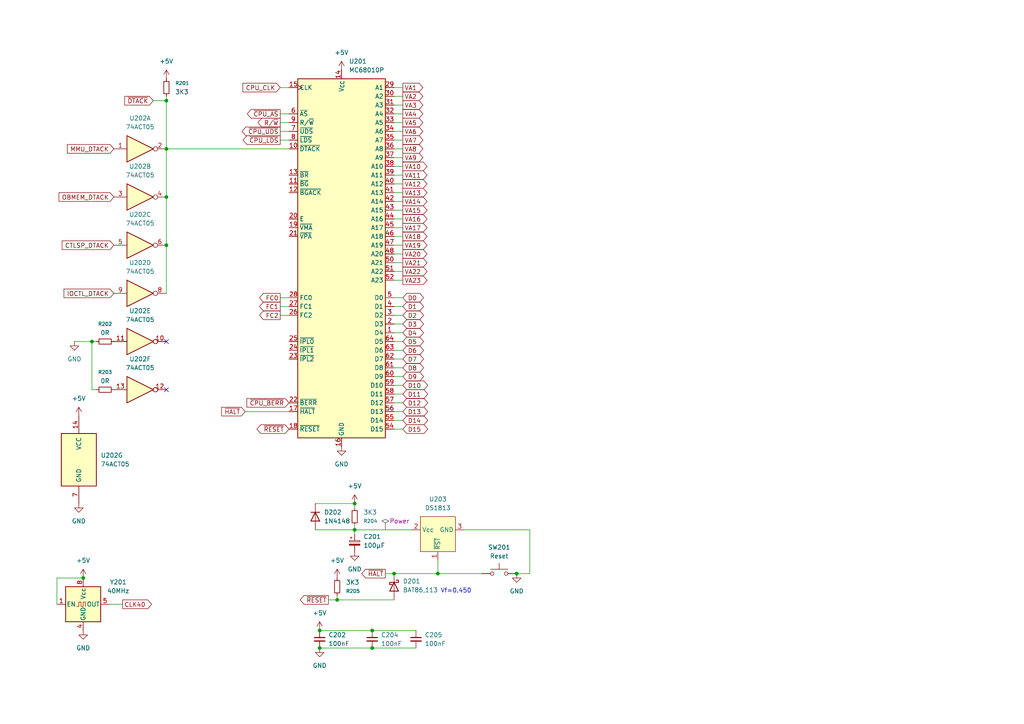
<source format=kicad_sch>
(kicad_sch (version 20250114) (generator "eeschema") (generator_version "9.0")
  (paper "A4")
  (lib_symbols
    (symbol "74xx:74LS05" (pin_names (offset 1.016))
      (property "Reference" "U" (at 0 1.27 0))
      (property "Value" "74LS05" (at 0 -1.27 0))
      (symbol "74LS05_1_0"
        (polyline (pts (xy -3.81 3.81) (xy -3.81 -3.81) (xy 3.81 0) (xy -3.81 3.81)) (stroke (width 0.254)) (fill (type background)))
        (pin input line (at -7.62 0 0) (length 3.81) (name "~") (number "1"))
        (pin open_collector inverted (at 7.62 0 180) (length 3.81) (name "~") (number "2"))
      )
      (symbol "74LS05_2_0"
        (polyline (pts (xy -3.81 3.81) (xy -3.81 -3.81) (xy 3.81 0) (xy -3.81 3.81)) (stroke (width 0.254)) (fill (type background)))
        (pin input line (at -7.62 0 0) (length 3.81) (name "~") (number "3"))
        (pin open_collector inverted (at 7.62 0 180) (length 3.81) (name "~") (number "4"))
      )
      (symbol "74LS05_3_0"
        (polyline (pts (xy -3.81 3.81) (xy -3.81 -3.81) (xy 3.81 0) (xy -3.81 3.81)) (stroke (width 0.254)) (fill (type background)))
        (pin input line (at -7.62 0 0) (length 3.81) (name "~") (number "5"))
        (pin open_collector inverted (at 7.62 0 180) (length 3.81) (name "~") (number "6"))
      )
      (symbol "74LS05_4_0"
        (polyline (pts (xy -3.81 3.81) (xy -3.81 -3.81) (xy 3.81 0) (xy -3.81 3.81)) (stroke (width 0.254)) (fill (type background)))
        (pin input line (at -7.62 0 0) (length 3.81) (name "~") (number "9"))
        (pin open_collector inverted (at 7.62 0 180) (length 3.81) (name "~") (number "8"))
      )
      (symbol "74LS05_5_0"
        (polyline (pts (xy -3.81 3.81) (xy -3.81 -3.81) (xy 3.81 0) (xy -3.81 3.81)) (stroke (width 0.254)) (fill (type background)))
        (pin input line (at -7.62 0 0) (length 3.81) (name "~") (number "11"))
        (pin open_collector inverted (at 7.62 0 180) (length 3.81) (name "~") (number "10"))
      )
      (symbol "74LS05_6_0"
        (polyline (pts (xy -3.81 3.81) (xy -3.81 -3.81) (xy 3.81 0) (xy -3.81 3.81)) (stroke (width 0.254)) (fill (type background)))
        (pin input line (at -7.62 0 0) (length 3.81) (name "~") (number "13"))
        (pin open_collector inverted (at 7.62 0 180) (length 3.81) (name "~") (number "12"))
      )
      (symbol "74LS05_7_0"
        (pin power_in line (at 0 12.7 270) (length 5.08) (name "VCC") (number "14"))
        (pin power_in line (at 0 -12.7 90) (length 5.08) (name "GND") (number "7"))
      )
      (symbol "74LS05_7_1"
        (rectangle (start -5.08 7.62) (end 5.08 -7.62) (stroke (width 0.254)) (fill (type background)))
      )
    )
    (symbol "CPU_NXP_68000:MC68010P"
      (property "Reference" "U" (at 0 2.54 0))
      (property "Value" "MC68010P" (at 0 -3.81 0))
      (symbol "MC68010P_0_1"
        (rectangle (start -12.7 53.34) (end 12.7 -50.8) (stroke (width 0.254)) (fill (type background)))
      )
      (symbol "MC68010P_1_1"
        (pin input clock (at -15.24 50.8 0) (length 2.54) (name "CLK") (number "15"))
        (pin tri_state line (at -15.24 43.18 0) (length 2.54) (name "~{AS}") (number "6"))
        (pin tri_state line (at -15.24 40.64 0) (length 2.54) (name "R/~{W}") (number "9"))
        (pin tri_state line (at -15.24 38.1 0) (length 2.54) (name "~{UDS}") (number "7"))
        (pin tri_state line (at -15.24 35.56 0) (length 2.54) (name "~{LDS}") (number "8"))
        (pin input line (at -15.24 33.02 0) (length 2.54) (name "~{DTACK}") (number "10"))
        (pin input line (at -15.24 25.4 0) (length 2.54) (name "~{BR}") (number "13"))
        (pin output line (at -15.24 22.86 0) (length 2.54) (name "~{BG}") (number "11"))
        (pin input line (at -15.24 20.32 0) (length 2.54) (name "~{BGACK}") (number "12"))
        (pin output line (at -15.24 12.7 0) (length 2.54) (name "E") (number "20"))
        (pin tri_state line (at -15.24 10.16 0) (length 2.54) (name "~{VMA}") (number "19"))
        (pin input line (at -15.24 7.62 0) (length 2.54) (name "~{VPA}") (number "21"))
        (pin tri_state line (at -15.24 -10.16 0) (length 2.54) (name "FC0") (number "28"))
        (pin tri_state line (at -15.24 -12.7 0) (length 2.54) (name "FC1") (number "27"))
        (pin tri_state line (at -15.24 -15.24 0) (length 2.54) (name "FC2") (number "26"))
        (pin input line (at -15.24 -22.86 0) (length 2.54) (name "~{IPL0}") (number "25"))
        (pin input line (at -15.24 -25.4 0) (length 2.54) (name "~{IPL1}") (number "24"))
        (pin input line (at -15.24 -27.94 0) (length 2.54) (name "~{IPL2}") (number "23"))
        (pin input line (at -15.24 -40.64 0) (length 2.54) (name "~{BERR}") (number "22"))
        (pin bidirectional line (at -15.24 -43.18 0) (length 2.54) (name "~{HALT}") (number "17"))
        (pin bidirectional line (at -15.24 -48.26 0) (length 2.54) (name "~{RESET}") (number "18"))
        (pin power_in line (at 0 55.88 270) (length 2.54) (name "V_{CC}") (number "14"))
        (pin passive line (at 0 55.88 270) (length 2.54) (hide yes) (name "V_{CC}") (number "49"))
        (pin power_in line (at 0 -53.34 90) (length 2.54) (name "GND") (number "16"))
        (pin passive line (at 0 -53.34 90) (length 2.54) (hide yes) (name "GND") (number "53"))
        (pin tri_state line (at 15.24 50.8 180) (length 2.54) (name "A1") (number "29"))
        (pin tri_state line (at 15.24 48.26 180) (length 2.54) (name "A2") (number "30"))
        (pin tri_state line (at 15.24 45.72 180) (length 2.54) (name "A3") (number "31"))
        (pin tri_state line (at 15.24 43.18 180) (length 2.54) (name "A4") (number "32"))
        (pin tri_state line (at 15.24 40.64 180) (length 2.54) (name "A5") (number "33"))
        (pin tri_state line (at 15.24 38.1 180) (length 2.54) (name "A6") (number "34"))
        (pin tri_state line (at 15.24 35.56 180) (length 2.54) (name "A7") (number "35"))
        (pin tri_state line (at 15.24 33.02 180) (length 2.54) (name "A8") (number "36"))
        (pin tri_state line (at 15.24 30.48 180) (length 2.54) (name "A9") (number "37"))
        (pin tri_state line (at 15.24 27.94 180) (length 2.54) (name "A10") (number "38"))
        (pin tri_state line (at 15.24 25.4 180) (length 2.54) (name "A11") (number "39"))
        (pin tri_state line (at 15.24 22.86 180) (length 2.54) (name "A12") (number "40"))
        (pin tri_state line (at 15.24 20.32 180) (length 2.54) (name "A13") (number "41"))
        (pin tri_state line (at 15.24 17.78 180) (length 2.54) (name "A14") (number "42"))
        (pin tri_state line (at 15.24 15.24 180) (length 2.54) (name "A15") (number "43"))
        (pin tri_state line (at 15.24 12.7 180) (length 2.54) (name "A16") (number "44"))
        (pin tri_state line (at 15.24 10.16 180) (length 2.54) (name "A17") (number "45"))
        (pin tri_state line (at 15.24 7.62 180) (length 2.54) (name "A18") (number "46"))
        (pin tri_state line (at 15.24 5.08 180) (length 2.54) (name "A19") (number "47"))
        (pin tri_state line (at 15.24 2.54 180) (length 2.54) (name "A20") (number "48"))
        (pin tri_state line (at 15.24 0 180) (length 2.54) (name "A21") (number "50"))
        (pin tri_state line (at 15.24 -2.54 180) (length 2.54) (name "A22") (number "51"))
        (pin tri_state line (at 15.24 -5.08 180) (length 2.54) (name "A23") (number "52"))
        (pin bidirectional line (at 15.24 -10.16 180) (length 2.54) (name "D0") (number "5"))
        (pin bidirectional line (at 15.24 -12.7 180) (length 2.54) (name "D1") (number "4"))
        (pin bidirectional line (at 15.24 -15.24 180) (length 2.54) (name "D2") (number "3"))
        (pin bidirectional line (at 15.24 -17.78 180) (length 2.54) (name "D3") (number "2"))
        (pin bidirectional line (at 15.24 -20.32 180) (length 2.54) (name "D4") (number "1"))
        (pin bidirectional line (at 15.24 -22.86 180) (length 2.54) (name "D5") (number "64"))
        (pin bidirectional line (at 15.24 -25.4 180) (length 2.54) (name "D6") (number "63"))
        (pin bidirectional line (at 15.24 -27.94 180) (length 2.54) (name "D7") (number "62"))
        (pin bidirectional line (at 15.24 -30.48 180) (length 2.54) (name "D8") (number "61"))
        (pin bidirectional line (at 15.24 -33.02 180) (length 2.54) (name "D9") (number "60"))
        (pin bidirectional line (at 15.24 -35.56 180) (length 2.54) (name "D10") (number "59"))
        (pin bidirectional line (at 15.24 -38.1 180) (length 2.54) (name "D11") (number "58"))
        (pin bidirectional line (at 15.24 -40.64 180) (length 2.54) (name "D12") (number "57"))
        (pin bidirectional line (at 15.24 -43.18 180) (length 2.54) (name "D13") (number "56"))
        (pin bidirectional line (at 15.24 -45.72 180) (length 2.54) (name "D14") (number "55"))
        (pin bidirectional line (at 15.24 -48.26 180) (length 2.54) (name "D15") (number "54"))
      )
    )
    (symbol "Device:C_Polarized_Small" (pin_numbers (hide yes)) (pin_names (offset 0.254) (hide yes))
      (property "Reference" "C" (at 0.254 1.778 0))
      (property "Value" "C_Polarized_Small" (at 0.254 -2.032 0))
      (symbol "C_Polarized_Small_0_1"
        (rectangle (start -1.524 0.6858) (end 1.524 0.3048))
        (rectangle (start -1.524 -0.3048) (end 1.524 -0.6858) (fill (type outline)))
        (polyline (pts (xy -1.27 1.524) (xy -0.762 1.524)))
        (polyline (pts (xy -1.016 1.27) (xy -1.016 1.778)))
      )
      (symbol "C_Polarized_Small_1_1"
        (pin passive line (at 0 2.54 270) (length 1.8542) (name "~") (number "1"))
        (pin passive line (at 0 -2.54 90) (length 1.8542) (name "~") (number "2"))
      )
    )
    (symbol "Device:C_Small" (pin_numbers (hide yes)) (pin_names (offset 0.254) (hide yes))
      (property "Reference" "C" (at 0.254 1.778 0))
      (property "Value" "C_Small" (at 0.254 -2.032 0))
      (symbol "C_Small_0_1"
        (polyline (pts (xy -1.524 0.508) (xy 1.524 0.508)) (stroke (width 0.3048)))
        (polyline (pts (xy -1.524 -0.508) (xy 1.524 -0.508)) (stroke (width 0.3302)))
      )
      (symbol "C_Small_1_1"
        (pin passive line (at 0 2.54 270) (length 2.032) (name "~") (number "1"))
        (pin passive line (at 0 -2.54 90) (length 2.032) (name "~") (number "2"))
      )
    )
    (symbol "Device:R_Small" (pin_numbers (hide yes)) (pin_names (offset 0.254) (hide yes))
      (property "Reference" "R" (at 0 0 90))
      (property "Value" "R_Small" (at 1.778 0 90))
      (symbol "R_Small_0_1"
        (rectangle (start -0.762 1.778) (end 0.762 -1.778) (stroke (width 0.2032)))
      )
      (symbol "R_Small_1_1"
        (pin passive line (at 0 2.54 270) (length 0.762) (name "~") (number "1"))
        (pin passive line (at 0 -2.54 90) (length 0.762) (name "~") (number "2"))
      )
    )
    (symbol "Diode:1N4148" (pin_numbers (hide yes)) (pin_names (hide yes))
      (property "Reference" "D" (at 0 2.54 0))
      (property "Value" "1N4148" (at 0 -2.54 0))
      (symbol "1N4148_0_1"
        (polyline (pts (xy -1.27 1.27) (xy -1.27 -1.27)) (stroke (width 0.254)))
        (polyline (pts (xy 1.27 1.27) (xy 1.27 -1.27) (xy -1.27 0) (xy 1.27 1.27)) (stroke (width 0.254)))
        (polyline (pts (xy 1.27 0) (xy -1.27 0)))
      )
      (symbol "1N4148_1_1"
        (pin passive line (at -3.81 0 0) (length 2.54) (name "K") (number "1"))
        (pin passive line (at 3.81 0 180) (length 2.54) (name "A") (number "2"))
      )
    )
    (symbol "Diode:BAT86" (pin_numbers (hide yes)) (pin_names (offset 1.016) (hide yes))
      (property "Reference" "D" (at 0 2.54 0))
      (property "Value" "BAT86" (at 0 -2.54 0))
      (symbol "BAT86_0_1"
        (polyline (pts (xy -1.905 0.635) (xy -1.905 1.27) (xy -1.27 1.27) (xy -1.27 -1.27) (xy -0.635 -1.27) (xy -0.635 -0.635)) (stroke (width 0.254)))
        (polyline (pts (xy 1.27 1.27) (xy 1.27 -1.27) (xy -1.27 0) (xy 1.27 1.27)) (stroke (width 0.254)))
        (polyline (pts (xy 1.27 0) (xy -1.27 0)))
      )
      (symbol "BAT86_1_1"
        (pin passive line (at -3.81 0 0) (length 2.54) (name "K") (number "1"))
        (pin passive line (at 3.81 0 180) (length 2.54) (name "A") (number "2"))
      )
    )
    (symbol "Oscillator:CXO_DIP8" (pin_names (offset 0.254))
      (property "Reference" "Y" (at -5.08 6.35 0))
      (property "Value" "CXO_DIP8" (at 1.27 -6.35 0))
      (symbol "CXO_DIP8_0_1"
        (rectangle (start -5.08 5.08) (end 5.08 -5.08) (stroke (width 0.254)) (fill (type background)))
        (polyline (pts (xy -1.905 -0.635) (xy -1.27 -0.635) (xy -1.27 0.635) (xy -0.635 0.635) (xy -0.635 -0.635) (xy 0 -0.635) (xy 0 0.635) (xy 0.635 0.635) (xy 0.635 -0.635)))
      )
      (symbol "CXO_DIP8_1_1"
        (pin input line (at -7.62 0 0) (length 2.54) (name "EN") (number "1"))
        (pin power_in line (at 0 7.62 270) (length 2.54) (name "Vcc") (number "8"))
        (pin power_in line (at 0 -7.62 90) (length 2.54) (name "GND") (number "4"))
        (pin output line (at 7.62 0 180) (length 2.54) (name "OUT") (number "5"))
      )
    )
    (symbol "Switch:SW_Push" (pin_numbers (hide yes)) (pin_names (offset 1.016) (hide yes))
      (property "Reference" "SW" (at 1.27 2.54 0))
      (property "Value" "SW_Push" (at 0 -1.524 0))
      (symbol "SW_Push_0_1"
        (circle (center -2.032 0) (radius 0.508))
        (polyline (pts (xy 0 1.27) (xy 0 3.048)))
        (circle (center 2.032 0) (radius 0.508))
        (polyline (pts (xy 2.54 1.27) (xy -2.54 1.27)))
        (pin passive line (at -5.08 0 0) (length 2.54) (name "1") (number "1"))
        (pin passive line (at 5.08 0 180) (length 2.54) (name "2") (number "2"))
      )
    )
    (symbol "jrt-ICs:DS1813"
      (property "Reference" "U" (at 0 8.89 0))
      (property "Value" "DS1813" (at 0 6.35 0))
      (symbol "DS1813_0_1"
        (rectangle (start -5.08 5.08) (end 5.08 -5.08) (stroke (width 0.1524)) (fill (type background)))
      )
      (symbol "DS1813_1_1"
        (pin power_in line (at -7.62 1.27 0) (length 2.54) (name "Vcc") (number "2"))
        (pin open_collector line (at 0 -7.62 90) (length 2.54) (name "~{RST}") (number "1"))
        (pin power_in line (at 7.62 1.27 180) (length 2.54) (name "GND") (number "3"))
      )
    )
    (symbol "power:+5V" (power) (pin_numbers (hide yes)) (pin_names (offset 0) (hide yes))
      (property "Value" "+5V" (at 0 3.556 0))
      (symbol "+5V_0_1"
        (polyline (pts (xy -0.762 1.27) (xy 0 2.54)))
        (polyline (pts (xy 0 2.54) (xy 0.762 1.27)))
        (polyline (pts (xy 0 0) (xy 0 2.54)))
      )
      (symbol "+5V_1_1"
        (pin power_in line (at 0 0 90) (length 0) (name "~") (number "1"))
      )
    )
    (symbol "power:GND" (power) (pin_numbers (hide yes)) (pin_names (offset 0) (hide yes))
      (property "Value" "GND" (at 0 -3.81 0))
      (symbol "GND_0_1"
        (polyline (pts (xy 0 0) (xy 0 -1.27) (xy 1.27 -1.27) (xy 0 -2.54) (xy -1.27 -1.27) (xy 0 -1.27)))
      )
      (symbol "GND_1_1"
        (pin power_in line (at 0 0 270) (length 0) (name "~") (number "1"))
      )
    )
  )
  (text "Vf=0.450" (at 127.762 171.45 0) (effects (font (size 1.27 1.27)) (justify left)))
  (junction (at 26.67 99.06))
  (junction (at 114.3 166.37))
  (junction (at 102.87 146.05))
  (junction (at 149.86 166.37))
  (junction (at 102.87 153.67))
  (junction (at 48.26 43.18))
  (junction (at 107.95 187.96))
  (junction (at 48.26 57.15))
  (junction (at 48.26 29.21))
  (junction (at 107.95 182.88))
  (junction (at 127 166.37))
  (junction (at 48.26 71.12))
  (junction (at 97.79 173.99))
  (junction (at 92.71 182.88))
  (junction (at 24.13 167.64))
  (junction (at 92.71 187.96))
  (no_connect (at 48.26 99.06))
  (no_connect (at 48.26 113.03))
  (wire (pts (xy 48.26 71.12) (xy 48.26 85.09)))
  (wire (pts (xy 114.3 116.84) (xy 116.84 116.84)))
  (wire (pts (xy 48.26 57.15) (xy 48.26 71.12)))
  (wire (pts (xy 92.71 187.96) (xy 107.95 187.96)))
  (wire (pts (xy 116.84 73.66) (xy 114.3 73.66)))
  (wire (pts (xy 48.26 29.21) (xy 48.26 43.18)))
  (wire (pts (xy 127 162.56) (xy 127 166.37)))
  (wire (pts (xy 119.38 153.67) (xy 102.87 153.67)))
  (wire (pts (xy 97.79 172.72) (xy 97.79 173.99)))
  (wire (pts (xy 81.28 88.9) (xy 83.82 88.9)))
  (wire (pts (xy 153.67 153.67) (xy 153.67 166.37)))
  (wire (pts (xy 107.95 182.88) (xy 120.65 182.88)))
  (wire (pts (xy 114.3 119.38) (xy 116.84 119.38)))
  (wire (pts (xy 116.84 40.64) (xy 114.3 40.64)))
  (wire (pts (xy 114.3 86.36) (xy 116.84 86.36)))
  (wire (pts (xy 114.3 93.98) (xy 116.84 93.98)))
  (wire (pts (xy 116.84 55.88) (xy 114.3 55.88)))
  (wire (pts (xy 81.28 33.02) (xy 83.82 33.02)))
  (wire (pts (xy 21.59 99.06) (xy 26.67 99.06)))
  (wire (pts (xy 97.79 173.99) (xy 114.3 173.99)))
  (wire (pts (xy 114.3 166.37) (xy 127 166.37)))
  (wire (pts (xy 116.84 68.58) (xy 114.3 68.58)))
  (wire (pts (xy 114.3 121.92) (xy 116.84 121.92)))
  (wire (pts (xy 116.84 25.4) (xy 114.3 25.4)))
  (wire (pts (xy 48.26 43.18) (xy 83.82 43.18)))
  (wire (pts (xy 107.95 187.96) (xy 120.65 187.96)))
  (wire (pts (xy 26.67 99.06) (xy 26.67 113.03)))
  (wire (pts (xy 116.84 71.12) (xy 114.3 71.12)))
  (wire (pts (xy 114.3 124.46) (xy 116.84 124.46)))
  (wire (pts (xy 81.28 91.44) (xy 83.82 91.44)))
  (wire (pts (xy 114.3 111.76) (xy 116.84 111.76)))
  (wire (pts (xy 114.3 109.22) (xy 116.84 109.22)))
  (wire (pts (xy 116.84 76.2) (xy 114.3 76.2)))
  (wire (pts (xy 114.3 91.44) (xy 116.84 91.44)))
  (wire (pts (xy 116.84 45.72) (xy 114.3 45.72)))
  (wire (pts (xy 48.26 43.18) (xy 48.26 57.15)))
  (wire (pts (xy 81.28 86.36) (xy 83.82 86.36)))
  (wire (pts (xy 116.84 48.26) (xy 114.3 48.26)))
  (wire (pts (xy 116.84 63.5) (xy 114.3 63.5)))
  (wire (pts (xy 127 166.37) (xy 139.7 166.37)))
  (wire (pts (xy 134.62 153.67) (xy 153.67 153.67)))
  (wire (pts (xy 116.84 58.42) (xy 114.3 58.42)))
  (wire (pts (xy 91.44 153.67) (xy 102.87 153.67)))
  (wire (pts (xy 92.71 182.88) (xy 107.95 182.88)))
  (wire (pts (xy 114.3 101.6) (xy 116.84 101.6)))
  (wire (pts (xy 116.84 35.56) (xy 114.3 35.56)))
  (wire (pts (xy 116.84 81.28) (xy 114.3 81.28)))
  (wire (pts (xy 102.87 153.67) (xy 102.87 154.94)))
  (wire (pts (xy 116.84 33.02) (xy 114.3 33.02)))
  (wire (pts (xy 71.12 119.38) (xy 83.82 119.38)))
  (wire (pts (xy 116.84 50.8) (xy 114.3 50.8)))
  (wire (pts (xy 114.3 104.14) (xy 116.84 104.14)))
  (wire (pts (xy 16.51 175.26) (xy 16.51 167.64)))
  (wire (pts (xy 116.84 60.96) (xy 114.3 60.96)))
  (wire (pts (xy 114.3 88.9) (xy 116.84 88.9)))
  (wire (pts (xy 116.84 38.1) (xy 114.3 38.1)))
  (wire (pts (xy 81.28 40.64) (xy 83.82 40.64)))
  (wire (pts (xy 116.84 27.94) (xy 114.3 27.94)))
  (wire (pts (xy 111.76 166.37) (xy 114.3 166.37)))
  (wire (pts (xy 116.84 43.18) (xy 114.3 43.18)))
  (wire (pts (xy 102.87 152.4) (xy 102.87 153.67)))
  (wire (pts (xy 35.56 175.26) (xy 31.75 175.26)))
  (wire (pts (xy 116.84 30.48) (xy 114.3 30.48)))
  (wire (pts (xy 114.3 99.06) (xy 116.84 99.06)))
  (wire (pts (xy 116.84 66.04) (xy 114.3 66.04)))
  (wire (pts (xy 44.45 29.21) (xy 48.26 29.21)))
  (wire (pts (xy 95.25 173.99) (xy 97.79 173.99)))
  (wire (pts (xy 114.3 114.3) (xy 116.84 114.3)))
  (wire (pts (xy 116.84 78.74) (xy 114.3 78.74)))
  (wire (pts (xy 102.87 146.05) (xy 102.87 147.32)))
  (wire (pts (xy 48.26 27.94) (xy 48.26 29.21)))
  (wire (pts (xy 114.3 106.68) (xy 116.84 106.68)))
  (wire (pts (xy 26.67 99.06) (xy 27.94 99.06)))
  (wire (pts (xy 91.44 146.05) (xy 102.87 146.05)))
  (wire (pts (xy 116.84 53.34) (xy 114.3 53.34)))
  (wire (pts (xy 153.67 166.37) (xy 149.86 166.37)))
  (wire (pts (xy 114.3 96.52) (xy 116.84 96.52)))
  (wire (pts (xy 26.67 113.03) (xy 27.94 113.03)))
  (wire (pts (xy 16.51 167.64) (xy 24.13 167.64)))
  (wire (pts (xy 81.28 38.1) (xy 83.82 38.1)))
  (wire (pts (xy 81.28 35.56) (xy 83.82 35.56)))
  (wire (pts (xy 81.28 25.4) (xy 83.82 25.4)))
  (global_label "D9" (shape bidirectional) (at 116.84 109.22 0) (property "Intersheetrefs" "${INTERSHEET_REFS}" (effects (hide yes))))
  (global_label "FC0" (shape output) (at 81.28 86.36 180) (property "Intersheetrefs" "${INTERSHEET_REFS}" (effects (hide yes))))
  (global_label "~{RESET}" (shape output) (at 95.25 173.99 180) (property "Intersheetrefs" "${INTERSHEET_REFS}" (effects (hide yes))))
  (global_label "D13" (shape bidirectional) (at 116.84 119.38 0) (property "Intersheetrefs" "${INTERSHEET_REFS}" (effects (hide yes))))
  (global_label "VA2" (shape output) (at 116.84 27.94 0) (property "Intersheetrefs" "${INTERSHEET_REFS}" (effects (hide yes))))
  (global_label "CPU_CLK" (shape input) (at 81.28 25.4 180) (property "Intersheetrefs" "${INTERSHEET_REFS}" (effects (hide yes))))
  (global_label "D12" (shape bidirectional) (at 116.84 116.84 0) (property "Intersheetrefs" "${INTERSHEET_REFS}" (effects (hide yes))))
  (global_label "VA3" (shape output) (at 116.84 30.48 0) (property "Intersheetrefs" "${INTERSHEET_REFS}" (effects (hide yes))))
  (global_label "VA23" (shape output) (at 116.84 81.28 0) (property "Intersheetrefs" "${INTERSHEET_REFS}" (effects (hide yes))))
  (global_label "D0" (shape bidirectional) (at 116.84 86.36 0) (property "Intersheetrefs" "${INTERSHEET_REFS}" (effects (hide yes))))
  (global_label "VA19" (shape output) (at 116.84 71.12 0) (property "Intersheetrefs" "${INTERSHEET_REFS}" (effects (hide yes))))
  (global_label "VA22" (shape output) (at 116.84 78.74 0) (property "Intersheetrefs" "${INTERSHEET_REFS}" (effects (hide yes))))
  (global_label "D11" (shape bidirectional) (at 116.84 114.3 0) (property "Intersheetrefs" "${INTERSHEET_REFS}" (effects (hide yes))))
  (global_label "VA1" (shape output) (at 116.84 25.4 0) (property "Intersheetrefs" "${INTERSHEET_REFS}" (effects (hide yes))))
  (global_label "CLK40" (shape output) (at 35.56 175.26 0) (property "Intersheetrefs" "${INTERSHEET_REFS}" (effects (hide yes))))
  (global_label "VA12" (shape output) (at 116.84 53.34 0) (property "Intersheetrefs" "${INTERSHEET_REFS}" (effects (hide yes))))
  (global_label "VA8" (shape output) (at 116.84 43.18 0) (property "Intersheetrefs" "${INTERSHEET_REFS}" (effects (hide yes))))
  (global_label "~{HALT}" (shape input) (at 71.12 119.38 180) (property "Intersheetrefs" "${INTERSHEET_REFS}" (effects (hide yes))))
  (global_label "VA21" (shape output) (at 116.84 76.2 0) (property "Intersheetrefs" "${INTERSHEET_REFS}" (effects (hide yes))))
  (global_label "R{slash}~{W}" (shape output) (at 81.28 35.56 180) (property "Intersheetrefs" "${INTERSHEET_REFS}" (effects (hide yes))))
  (global_label "VA17" (shape output) (at 116.84 66.04 0) (property "Intersheetrefs" "${INTERSHEET_REFS}" (effects (hide yes))))
  (global_label "D14" (shape bidirectional) (at 116.84 121.92 0) (property "Intersheetrefs" "${INTERSHEET_REFS}" (effects (hide yes))))
  (global_label "~{CPU_AS}" (shape output) (at 81.28 33.02 180) (property "Intersheetrefs" "${INTERSHEET_REFS}" (effects (hide yes))))
  (global_label "D6" (shape bidirectional) (at 116.84 101.6 0) (property "Intersheetrefs" "${INTERSHEET_REFS}" (effects (hide yes))))
  (global_label "D1" (shape bidirectional) (at 116.84 88.9 0) (property "Intersheetrefs" "${INTERSHEET_REFS}" (effects (hide yes))))
  (global_label "D8" (shape bidirectional) (at 116.84 106.68 0) (property "Intersheetrefs" "${INTERSHEET_REFS}" (effects (hide yes))))
  (global_label "VA16" (shape output) (at 116.84 63.5 0) (property "Intersheetrefs" "${INTERSHEET_REFS}" (effects (hide yes))))
  (global_label "~{CPU_UDS}" (shape output) (at 81.28 38.1 180) (property "Intersheetrefs" "${INTERSHEET_REFS}" (effects (hide yes))))
  (global_label "VA6" (shape output) (at 116.84 38.1 0) (property "Intersheetrefs" "${INTERSHEET_REFS}" (effects (hide yes))))
  (global_label "VA11" (shape output) (at 116.84 50.8 0) (property "Intersheetrefs" "${INTERSHEET_REFS}" (effects (hide yes))))
  (global_label "VA5" (shape output) (at 116.84 35.56 0) (property "Intersheetrefs" "${INTERSHEET_REFS}" (effects (hide yes))))
  (global_label "~{CPU_BERR}" (shape input) (at 83.82 116.84 180) (property "Intersheetrefs" "${INTERSHEET_REFS}" (effects (hide yes))))
  (global_label "VA20" (shape output) (at 116.84 73.66 0) (property "Intersheetrefs" "${INTERSHEET_REFS}" (effects (hide yes))))
  (global_label "VA15" (shape output) (at 116.84 60.96 0) (property "Intersheetrefs" "${INTERSHEET_REFS}" (effects (hide yes))))
  (global_label "~{HALT}" (shape output) (at 111.76 166.37 180) (property "Intersheetrefs" "${INTERSHEET_REFS}" (effects (hide yes))))
  (global_label "VA7" (shape output) (at 116.84 40.64 0) (property "Intersheetrefs" "${INTERSHEET_REFS}" (effects (hide yes))))
  (global_label "FC1" (shape output) (at 81.28 88.9 180) (property "Intersheetrefs" "${INTERSHEET_REFS}" (effects (hide yes))))
  (global_label "VA9" (shape output) (at 116.84 45.72 0) (property "Intersheetrefs" "${INTERSHEET_REFS}" (effects (hide yes))))
  (global_label "VA10" (shape output) (at 116.84 48.26 0) (property "Intersheetrefs" "${INTERSHEET_REFS}" (effects (hide yes))))
  (global_label "D5" (shape bidirectional) (at 116.84 99.06 0) (property "Intersheetrefs" "${INTERSHEET_REFS}" (effects (hide yes))))
  (global_label "FC2" (shape output) (at 81.28 91.44 180) (property "Intersheetrefs" "${INTERSHEET_REFS}" (effects (hide yes))))
  (global_label "VA18" (shape output) (at 116.84 68.58 0) (property "Intersheetrefs" "${INTERSHEET_REFS}" (effects (hide yes))))
  (global_label "MMU_DTACK" (shape input) (at 33.02 43.18 180) (property "Intersheetrefs" "${INTERSHEET_REFS}" (effects (hide yes))))
  (global_label "D3" (shape bidirectional) (at 116.84 93.98 0) (property "Intersheetrefs" "${INTERSHEET_REFS}" (effects (hide yes))))
  (global_label "D4" (shape bidirectional) (at 116.84 96.52 0) (property "Intersheetrefs" "${INTERSHEET_REFS}" (effects (hide yes))))
  (global_label "D10" (shape bidirectional) (at 116.84 111.76 0) (property "Intersheetrefs" "${INTERSHEET_REFS}" (effects (hide yes))))
  (global_label "OBMEM_DTACK" (shape input) (at 33.02 57.15 180) (property "Intersheetrefs" "${INTERSHEET_REFS}" (effects (hide yes))))
  (global_label "IOCTL_DTACK" (shape input) (at 33.02 85.09 180) (property "Intersheetrefs" "${INTERSHEET_REFS}" (effects (hide yes))))
  (global_label "D2" (shape bidirectional) (at 116.84 91.44 0) (property "Intersheetrefs" "${INTERSHEET_REFS}" (effects (hide yes))))
  (global_label "VA14" (shape output) (at 116.84 58.42 0) (property "Intersheetrefs" "${INTERSHEET_REFS}" (effects (hide yes))))
  (global_label "~{CPU_LDS}" (shape output) (at 81.28 40.64 180) (property "Intersheetrefs" "${INTERSHEET_REFS}" (effects (hide yes))))
  (global_label "D15" (shape bidirectional) (at 116.84 124.46 0) (property "Intersheetrefs" "${INTERSHEET_REFS}" (effects (hide yes))))
  (global_label "~{DTACK}" (shape input) (at 44.45 29.21 180) (property "Intersheetrefs" "${INTERSHEET_REFS}" (effects (hide yes))))
  (global_label "VA13" (shape output) (at 116.84 55.88 0) (property "Intersheetrefs" "${INTERSHEET_REFS}" (effects (hide yes))))
  (global_label "~{RESET}" (shape bidirectional) (at 83.82 124.46 180) (property "Intersheetrefs" "${INTERSHEET_REFS}" (effects (hide yes))))
  (global_label "D7" (shape bidirectional) (at 116.84 104.14 0) (property "Intersheetrefs" "${INTERSHEET_REFS}" (effects (hide yes))))
  (global_label "CTLSP_DTACK" (shape input) (at 33.02 71.12 180) (property "Intersheetrefs" "${INTERSHEET_REFS}" (effects (hide yes))))
  (global_label "VA4" (shape output) (at 116.84 33.02 0) (property "Intersheetrefs" "${INTERSHEET_REFS}" (effects (hide yes))))
  (netclass_flag "" (length 2.54) (shape diamond) (at 111.76 153.67 0) (property "Netclass" "Power" (at 112.9665 151.13 0) (effects (justify left))))
  (symbol (lib_id "74xx:74LS05") (at 40.64 57.15 0) (unit 2)
    (property "Reference" "U202" (at 40.64 48.26 0))
    (property "Value" "74ACT05" (at 40.64 50.8 0))
    (property "Footprint" "Package_DIP:DIP-14_W7.62mm_Socket" (effects (hide yes)))
    (property "Datasheet" "http://www.ti.com/lit/gpn/sn74LS05" (effects (hide yes)))
    (property "Description" "Inverter Open Collect" (effects (hide yes)))
  )
  (symbol (lib_id "power:+5V") (at 92.71 182.88 0) (unit 1)
    (property "Reference" "#PWR0216" (effects (hide yes)))
    (property "Value" "+5V" (at 92.71 177.8 0))
    (property "Description" "Power symbol creates a global label with name \"+5V\"" (effects (hide yes)))
  )
  (symbol (lib_id "power:GND") (at 99.06 129.54 0) (unit 1)
    (property "Reference" "#PWR0202" (effects (hide yes)))
    (property "Value" "GND" (at 99.06 134.62 0))
    (property "Description" "Power symbol creates a global label with name \"GND\" , ground" (effects (hide yes)))
  )
  (symbol (lib_id "Switch:SW_Push") (at 144.78 166.37 0) (unit 1)
    (property "Reference" "SW201" (at 144.78 158.75 0))
    (property "Value" "Reset" (at 144.78 161.29 0))
    (property "Footprint" "Button_Switch_THT:SW_PUSH_6mm" (effects (hide yes)))
    (property "Description" "Push button switch, generic, two pins" (effects (hide yes)))
  )
  (symbol (lib_id "power:+5V") (at 22.86 120.65 0) (unit 1)
    (property "Reference" "#PWR0210" (effects (hide yes)))
    (property "Value" "+5V" (at 22.86 115.57 0))
    (property "Description" "Power symbol creates a global label with name \"+5V\"" (effects (hide yes)))
  )
  (symbol (lib_id "power:+5V") (at 24.13 167.64 0) (unit 1)
    (property "Reference" "#PWR0203" (effects (hide yes)))
    (property "Value" "+5V" (at 24.13 162.56 0))
    (property "Description" "Power symbol creates a global label with name \"+5V\"" (effects (hide yes)))
  )
  (symbol (lib_id "power:GND") (at 21.59 99.06 0) (unit 1)
    (property "Reference" "#PWR0212" (effects (hide yes)))
    (property "Value" "GND" (at 21.59 104.14 0))
    (property "Description" "Power symbol creates a global label with name \"GND\" , ground" (effects (hide yes)))
  )
  (symbol (lib_id "Diode:BAT86") (at 114.3 170.18 270) (unit 1)
    (property "Reference" "D201" (at 116.84 168.5924 90) (effects (justify left)))
    (property "Value" "BAT86,113" (at 116.84 171.1324 90) (effects (justify left)))
    (property "Footprint" "Diode_THT:D_DO-35_SOD27_P7.62mm_Horizontal" (effects (hide yes)))
    (property "Datasheet" "https://assets.nexperia.com/documents/data-sheet/BAT86.pdf" (effects (hide yes)))
    (property "Description" "50V 0.2A Small Signal Schottky Diode, DO-35" (effects (hide yes)))
    (property "Part" "Nexperia BAT86,113" (effects (hide yes)))
  )
  (symbol (lib_id "74xx:74LS05") (at 40.64 71.12 0) (unit 3)
    (property "Reference" "U202" (at 40.64 62.23 0))
    (property "Value" "74ACT05" (at 40.64 64.77 0))
    (property "Footprint" "Package_DIP:DIP-14_W7.62mm_Socket" (effects (hide yes)))
    (property "Datasheet" "http://www.ti.com/lit/gpn/sn74LS05" (effects (hide yes)))
    (property "Description" "Inverter Open Collect" (effects (hide yes)))
  )
  (symbol (lib_id "Device:C_Small") (at 107.95 185.42 0) (unit 1)
    (property "Reference" "C204" (at 110.49 184.1562 0) (effects (justify left)))
    (property "Value" "100nF" (at 110.49 186.6962 0) (effects (justify left)))
    (property "Footprint" "Capacitor_SMD:C_0805_2012Metric_Pad1.18x1.45mm_HandSolder" (effects (hide yes)))
    (property "Description" "Unpolarized capacitor, small symbol" (effects (hide yes)))
  )
  (symbol (lib_id "Device:R_Small") (at 30.48 99.06 90) (unit 1)
    (property "Reference" "R202" (at 30.48 93.98 90) (effects (font (size 1.016 1.016))))
    (property "Value" "0R" (at 30.48 96.52 90))
    (property "Footprint" "Resistor_THT:R_Axial_DIN0207_L6.3mm_D2.5mm_P7.62mm_Horizontal" (effects (hide yes)))
    (property "Description" "Resistor, small symbol" (effects (hide yes)))
  )
  (symbol (lib_id "74xx:74LS05") (at 40.64 43.18 0) (unit 1)
    (property "Reference" "U202" (at 40.64 34.29 0))
    (property "Value" "74ACT05" (at 40.64 36.83 0))
    (property "Footprint" "Package_DIP:DIP-14_W7.62mm_Socket" (effects (hide yes)))
    (property "Datasheet" "http://www.ti.com/lit/gpn/sn74LS05" (effects (hide yes)))
    (property "Description" "Inverter Open Collect" (effects (hide yes)))
  )
  (symbol (lib_id "power:GND") (at 102.87 160.02 0) (unit 1)
    (property "Reference" "#PWR0214" (effects (hide yes)))
    (property "Value" "GND" (at 102.87 165.1 0))
    (property "Description" "Power symbol creates a global label with name \"GND\" , ground" (effects (hide yes)))
  )
  (symbol (lib_id "power:+5V") (at 99.06 20.32 0) (unit 1)
    (property "Reference" "#PWR0201" (effects (hide yes)))
    (property "Value" "+5V" (at 99.06 15.24 0))
    (property "Description" "Power symbol creates a global label with name \"+5V\"" (effects (hide yes)))
  )
  (symbol (lib_id "CPU_NXP_68000:MC68010P") (at 99.06 76.2 0) (unit 1)
    (property "Reference" "U201" (at 101.2033 17.78 0) (effects (justify left)))
    (property "Value" "MC68010P" (at 101.2033 20.32 0) (effects (justify left)))
    (property "Footprint" "Package_DIP:DIP-64_W22.86mm_Socket" (effects (hide yes)))
    (property "Datasheet" "https://www.nxp.com/docs/en/reference-manual/MC68000UM.pdf" (effects (hide yes)))
    (property "Description" "16/32-bit microprocessor, 16-bit external data bus, 23-bit external address bus (effectively 24-bit), virtual memory support, loop mode, DIP-64 (900 mil, case 754-01)" (effects (hide yes)))
  )
  (symbol (lib_id "power:+5V") (at 97.79 167.64 0) (unit 1)
    (property "Reference" "#PWR0218" (effects (hide yes)))
    (property "Value" "+5V" (at 97.79 162.56 0))
    (property "Description" "Power symbol creates a global label with name \"+5V\"" (effects (hide yes)))
  )
  (symbol (lib_id "Diode:1N4148") (at 91.44 149.86 270) (unit 1)
    (property "Reference" "D202" (at 93.98 148.5899 90) (effects (justify left)))
    (property "Value" "1N4148" (at 93.98 151.1299 90) (effects (justify left)))
    (property "Footprint" "Diode_THT:D_DO-35_SOD27_P7.62mm_Horizontal" (effects (hide yes)))
    (property "Datasheet" "https://assets.nexperia.com/documents/data-sheet/1N4148_1N4448.pdf" (effects (hide yes)))
    (property "Description" "100V 0.15A standard switching diode, DO-35" (effects (hide yes)))
    (property "Sim.Device" "D" (effects (hide yes)))
    (property "Sim.Pins" "1=K 2=A" (effects (hide yes)))
  )
  (symbol (lib_id "Device:R_Small") (at 30.48 113.03 90) (unit 1)
    (property "Reference" "R203" (at 30.48 107.95 90) (effects (font (size 1.016 1.016))))
    (property "Value" "0R" (at 30.48 110.49 90))
    (property "Footprint" "Resistor_THT:R_Axial_DIN0207_L6.3mm_D2.5mm_P7.62mm_Horizontal" (effects (hide yes)))
    (property "Description" "Resistor, small symbol" (effects (hide yes)))
  )
  (symbol (lib_id "power:GND") (at 149.86 166.37 0) (unit 1)
    (property "Reference" "#PWR0213" (effects (hide yes)))
    (property "Value" "GND" (at 149.86 171.45 0))
    (property "Description" "Power symbol creates a global label with name \"GND\" , ground" (effects (hide yes)))
  )
  (symbol (lib_id "power:+5V") (at 48.26 22.86 0) (unit 1)
    (property "Reference" "#PWR0219" (effects (hide yes)))
    (property "Value" "+5V" (at 48.26 17.78 0))
    (property "Description" "Power symbol creates a global label with name \"+5V\"" (effects (hide yes)))
  )
  (symbol (lib_id "power:+5V") (at 102.87 146.05 0) (unit 1)
    (property "Reference" "#PWR0215" (effects (hide yes)))
    (property "Value" "+5V" (at 102.87 140.97 0))
    (property "Description" "Power symbol creates a global label with name \"+5V\"" (effects (hide yes)))
  )
  (symbol (lib_id "Oscillator:CXO_DIP8") (at 24.13 175.26 0) (unit 1)
    (property "Reference" "Y201" (at 34.29 168.8398 0))
    (property "Value" "40MHz" (at 34.29 171.3798 0))
    (property "Footprint" "Oscillator:Oscillator_DIP-8" (effects (hide yes)))
    (property "Datasheet" "http://cdn-reichelt.de/documents/datenblatt/B400/OSZI.pdf" (effects (hide yes)))
    (property "Description" "Crystal Clock Oscillator, DIP8-style metal package" (effects (hide yes)))
  )
  (symbol (lib_id "74xx:74LS05") (at 40.64 85.09 0) (unit 4)
    (property "Reference" "U202" (at 40.64 76.2 0))
    (property "Value" "74ACT05" (at 40.64 78.74 0))
    (property "Footprint" "Package_DIP:DIP-14_W7.62mm_Socket" (effects (hide yes)))
    (property "Datasheet" "http://www.ti.com/lit/gpn/sn74LS05" (effects (hide yes)))
    (property "Description" "Inverter Open Collect" (effects (hide yes)))
  )
  (symbol (lib_id "Device:C_Small") (at 120.65 185.42 0) (unit 1)
    (property "Reference" "C205" (at 123.19 184.1562 0) (effects (justify left)))
    (property "Value" "100nF" (at 123.19 186.6962 0) (effects (justify left)))
    (property "Footprint" "Capacitor_SMD:C_0805_2012Metric_Pad1.18x1.45mm_HandSolder" (effects (hide yes)))
    (property "Description" "Unpolarized capacitor, small symbol" (effects (hide yes)))
  )
  (symbol (lib_id "power:GND") (at 92.71 187.96 0) (unit 1)
    (property "Reference" "#PWR0217" (effects (hide yes)))
    (property "Value" "GND" (at 92.71 193.04 0))
    (property "Description" "Power symbol creates a global label with name \"GND\" , ground" (effects (hide yes)))
  )
  (symbol (lib_id "74xx:74LS05") (at 22.86 133.35 0) (unit 7)
    (property "Reference" "U202" (at 29.21 132.0799 0) (effects (justify left)))
    (property "Value" "74ACT05" (at 29.21 134.6199 0) (effects (justify left)))
    (property "Footprint" "Package_DIP:DIP-14_W7.62mm_Socket" (effects (hide yes)))
    (property "Datasheet" "http://www.ti.com/lit/gpn/sn74LS05" (effects (hide yes)))
    (property "Description" "Inverter Open Collect" (effects (hide yes)))
  )
  (symbol (lib_id "Device:R_Small") (at 97.79 170.18 0) (mirror y) (unit 1)
    (property "Reference" "R205" (at 100.33 171.4501 0) (effects (font (size 1.016 1.016)) (justify right)))
    (property "Value" "3K3" (at 100.33 168.9101 0) (effects (justify right)))
    (property "Footprint" "Resistor_SMD:R_0805_2012Metric_Pad1.20x1.40mm_HandSolder" (effects (hide yes)))
    (property "Description" "Resistor, small symbol" (effects (hide yes)))
  )
  (symbol (lib_id "74xx:74LS05") (at 40.64 113.03 0) (unit 6)
    (property "Reference" "U202" (at 40.64 104.14 0))
    (property "Value" "74ACT05" (at 40.64 106.68 0))
    (property "Footprint" "Package_DIP:DIP-14_W7.62mm_Socket" (effects (hide yes)))
    (property "Datasheet" "http://www.ti.com/lit/gpn/sn74LS05" (effects (hide yes)))
    (property "Description" "Inverter Open Collect" (effects (hide yes)))
  )
  (symbol (lib_id "Device:C_Polarized_Small") (at 102.87 157.48 0) (unit 1)
    (property "Reference" "C201" (at 105.41 155.6638 0) (effects (justify left)))
    (property "Value" "100µF" (at 105.41 158.2038 0) (effects (justify left)))
    (property "Footprint" "Capacitor_THT:CP_Radial_D6.3mm_P2.50mm" (effects (hide yes)))
    (property "Description" "Polarized capacitor, small symbol" (effects (hide yes)))
    (property "Part" "Wurth 860040373002" (effects (hide yes)))
  )
  (symbol (lib_id "Device:R_Small") (at 48.26 25.4 0) (unit 1)
    (property "Reference" "R201" (at 50.8 24.1299 0) (effects (font (size 1.016 1.016)) (justify left)))
    (property "Value" "3K3" (at 50.8 26.6699 0) (effects (justify left)))
    (property "Footprint" "Resistor_SMD:R_0805_2012Metric_Pad1.20x1.40mm_HandSolder" (effects (hide yes)))
    (property "Description" "Resistor, small symbol" (effects (hide yes)))
  )
  (symbol (lib_id "power:GND") (at 24.13 182.88 0) (unit 1)
    (property "Reference" "#PWR0204" (effects (hide yes)))
    (property "Value" "GND" (at 24.13 187.96 0))
    (property "Description" "Power symbol creates a global label with name \"GND\" , ground" (effects (hide yes)))
  )
  (symbol (lib_id "power:GND") (at 22.86 146.05 0) (unit 1)
    (property "Reference" "#PWR0211" (effects (hide yes)))
    (property "Value" "GND" (at 22.86 151.13 0))
    (property "Description" "Power symbol creates a global label with name \"GND\" , ground" (effects (hide yes)))
  )
  (symbol (lib_id "Device:C_Small") (at 92.71 185.42 0) (unit 1)
    (property "Reference" "C202" (at 95.25 184.1562 0) (effects (justify left)))
    (property "Value" "100nF" (at 95.25 186.6962 0) (effects (justify left)))
    (property "Footprint" "Capacitor_SMD:C_0805_2012Metric_Pad1.18x1.45mm_HandSolder" (effects (hide yes)))
    (property "Description" "Unpolarized capacitor, small symbol" (effects (hide yes)))
  )
  (symbol (lib_id "jrt-ICs:DS1813") (at 127 154.94 0) (unit 1)
    (property "Reference" "U203" (at 127 144.78 0))
    (property "Value" "DS1813" (at 127 147.32 0))
    (property "Footprint" "Package_TO_SOT_THT:TO-92_Inline" (effects (hide yes)))
    (property "Datasheet" "https://www.analog.com/media/en/technical-documentation/data-sheets/DS1813.pdf" (effects (hide yes)))
    (property "Description" "Reset Controller with pushbutton detection" (effects (hide yes)))
  )
  (symbol (lib_id "74xx:74LS05") (at 40.64 99.06 0) (unit 5)
    (property "Reference" "U202" (at 40.64 90.17 0))
    (property "Value" "74ACT05" (at 40.64 92.71 0))
    (property "Footprint" "Package_DIP:DIP-14_W7.62mm_Socket" (effects (hide yes)))
    (property "Datasheet" "http://www.ti.com/lit/gpn/sn74LS05" (effects (hide yes)))
    (property "Description" "Inverter Open Collect" (effects (hide yes)))
  )
  (symbol (lib_id "Device:R_Small") (at 102.87 149.86 0) (mirror y) (unit 1)
    (property "Reference" "R204" (at 105.41 151.1301 0) (effects (font (size 1.016 1.016)) (justify right)))
    (property "Value" "3K3" (at 105.41 148.5901 0) (effects (justify right)))
    (property "Footprint" "Resistor_SMD:R_0805_2012Metric_Pad1.20x1.40mm_HandSolder" (effects (hide yes)))
    (property "Description" "Resistor, small symbol" (effects (hide yes)))
  )
)
</source>
